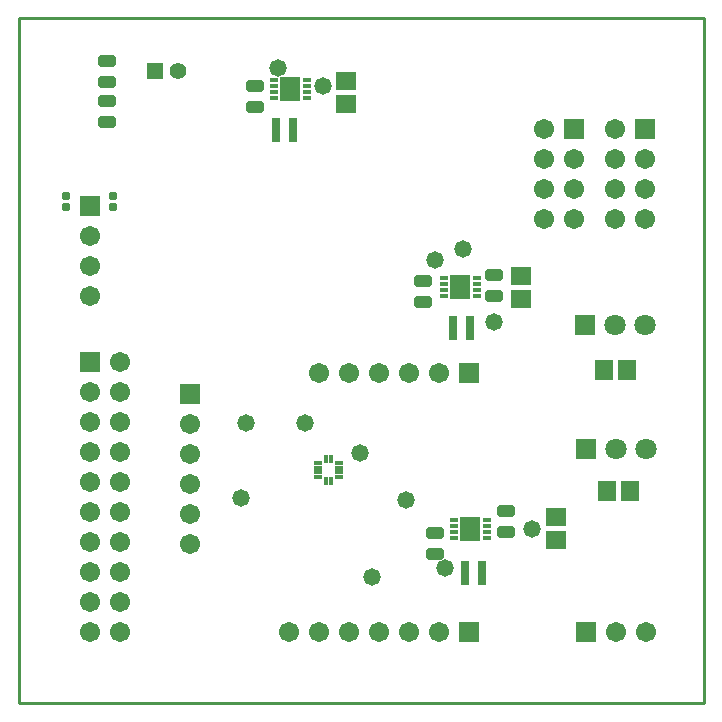
<source format=gts>
G04*
G04 #@! TF.GenerationSoftware,Altium Limited,Altium Designer,21.8.1 (53)*
G04*
G04 Layer_Color=8388736*
%FSLAX25Y25*%
%MOIN*%
G70*
G04*
G04 #@! TF.SameCoordinates,E4828392-D8D7-4BFE-BCB3-11F9E2D346FD*
G04*
G04*
G04 #@! TF.FilePolarity,Negative*
G04*
G01*
G75*
%ADD16C,0.01000*%
G04:AMPARAMS|DCode=17|XSize=59.18mil|YSize=37.92mil|CornerRadius=7.74mil|HoleSize=0mil|Usage=FLASHONLY|Rotation=180.000|XOffset=0mil|YOffset=0mil|HoleType=Round|Shape=RoundedRectangle|*
%AMROUNDEDRECTD17*
21,1,0.05918,0.02244,0,0,180.0*
21,1,0.04370,0.03792,0,0,180.0*
1,1,0.01548,-0.02185,0.01122*
1,1,0.01548,0.02185,0.01122*
1,1,0.01548,0.02185,-0.01122*
1,1,0.01548,-0.02185,-0.01122*
%
%ADD17ROUNDEDRECTD17*%
%ADD18R,0.06509X0.06115*%
%ADD19R,0.02756X0.07874*%
%ADD20R,0.06115X0.06509*%
G04:AMPARAMS|DCode=21|XSize=13.84mil|YSize=27.62mil|CornerRadius=3.97mil|HoleSize=0mil|Usage=FLASHONLY|Rotation=270.000|XOffset=0mil|YOffset=0mil|HoleType=Round|Shape=RoundedRectangle|*
%AMROUNDEDRECTD21*
21,1,0.01384,0.01968,0,0,270.0*
21,1,0.00591,0.02762,0,0,270.0*
1,1,0.00794,-0.00984,-0.00295*
1,1,0.00794,-0.00984,0.00295*
1,1,0.00794,0.00984,0.00295*
1,1,0.00794,0.00984,-0.00295*
%
%ADD21ROUNDEDRECTD21*%
G04:AMPARAMS|DCode=22|XSize=82.74mil|YSize=66.99mil|CornerRadius=3.89mil|HoleSize=0mil|Usage=FLASHONLY|Rotation=270.000|XOffset=0mil|YOffset=0mil|HoleType=Round|Shape=RoundedRectangle|*
%AMROUNDEDRECTD22*
21,1,0.08274,0.05921,0,0,270.0*
21,1,0.07496,0.06699,0,0,270.0*
1,1,0.00778,-0.02961,-0.03748*
1,1,0.00778,-0.02961,0.03748*
1,1,0.00778,0.02961,0.03748*
1,1,0.00778,0.02961,-0.03748*
%
%ADD22ROUNDEDRECTD22*%
G04:AMPARAMS|DCode=23|XSize=29.65mil|YSize=27.69mil|CornerRadius=6.46mil|HoleSize=0mil|Usage=FLASHONLY|Rotation=0.000|XOffset=0mil|YOffset=0mil|HoleType=Round|Shape=RoundedRectangle|*
%AMROUNDEDRECTD23*
21,1,0.02965,0.01476,0,0,0.0*
21,1,0.01673,0.02769,0,0,0.0*
1,1,0.01292,0.00837,-0.00738*
1,1,0.01292,-0.00837,-0.00738*
1,1,0.01292,-0.00837,0.00738*
1,1,0.01292,0.00837,0.00738*
%
%ADD23ROUNDEDRECTD23*%
G04:AMPARAMS|DCode=24|XSize=27.69mil|YSize=16.66mil|CornerRadius=5.08mil|HoleSize=0mil|Usage=FLASHONLY|Rotation=0.000|XOffset=0mil|YOffset=0mil|HoleType=Round|Shape=RoundedRectangle|*
%AMROUNDEDRECTD24*
21,1,0.02769,0.00650,0,0,0.0*
21,1,0.01752,0.01666,0,0,0.0*
1,1,0.01016,0.00876,-0.00325*
1,1,0.01016,-0.00876,-0.00325*
1,1,0.01016,-0.00876,0.00325*
1,1,0.01016,0.00876,0.00325*
%
%ADD24ROUNDEDRECTD24*%
G04:AMPARAMS|DCode=25|XSize=27.69mil|YSize=16.66mil|CornerRadius=5.08mil|HoleSize=0mil|Usage=FLASHONLY|Rotation=90.000|XOffset=0mil|YOffset=0mil|HoleType=Round|Shape=RoundedRectangle|*
%AMROUNDEDRECTD25*
21,1,0.02769,0.00650,0,0,90.0*
21,1,0.01752,0.01666,0,0,90.0*
1,1,0.01016,0.00325,0.00876*
1,1,0.01016,0.00325,-0.00876*
1,1,0.01016,-0.00325,-0.00876*
1,1,0.01016,-0.00325,0.00876*
%
%ADD25ROUNDEDRECTD25*%
%ADD26C,0.06706*%
%ADD27R,0.06706X0.06706*%
%ADD28C,0.07099*%
%ADD29R,0.07099X0.07099*%
%ADD30R,0.05524X0.05524*%
%ADD31C,0.05524*%
%ADD32R,0.06706X0.06706*%
%ADD33C,0.02769*%
%ADD34C,0.05800*%
D16*
X0Y0D02*
X228346D01*
X0Y228346D02*
X228346D01*
Y0D02*
Y228346D01*
X0Y0D02*
Y228346D01*
D17*
X158465Y142874D02*
D03*
Y135827D02*
D03*
X134843Y133858D02*
D03*
Y140905D02*
D03*
X138779Y49646D02*
D03*
Y56693D02*
D03*
X162401Y64134D02*
D03*
Y57087D02*
D03*
X78740Y198819D02*
D03*
Y205866D02*
D03*
X29528Y214134D02*
D03*
Y207087D02*
D03*
Y200787D02*
D03*
Y193740D02*
D03*
D18*
X167323Y142520D02*
D03*
Y134843D02*
D03*
X179134Y62008D02*
D03*
Y54331D02*
D03*
X109252Y207480D02*
D03*
Y199803D02*
D03*
D19*
X144685Y125000D02*
D03*
X150394D02*
D03*
X148622Y43307D02*
D03*
X154331D02*
D03*
X85728Y190945D02*
D03*
X91437D02*
D03*
D20*
X195079Y111221D02*
D03*
X202756D02*
D03*
X196063Y70866D02*
D03*
X203740D02*
D03*
D21*
X145079Y61024D02*
D03*
Y59055D02*
D03*
Y57087D02*
D03*
Y55118D02*
D03*
X156102D02*
D03*
Y57087D02*
D03*
Y59055D02*
D03*
Y61024D02*
D03*
X85039Y207677D02*
D03*
Y205709D02*
D03*
Y203740D02*
D03*
Y201772D02*
D03*
X96063D02*
D03*
Y203740D02*
D03*
Y205709D02*
D03*
Y207677D02*
D03*
X141732Y141732D02*
D03*
Y139764D02*
D03*
Y137795D02*
D03*
Y135827D02*
D03*
X152756D02*
D03*
Y137795D02*
D03*
Y139764D02*
D03*
Y141732D02*
D03*
D22*
X150591Y58071D02*
D03*
X90551Y204725D02*
D03*
X147244Y138779D02*
D03*
D23*
X31496Y165551D02*
D03*
Y169095D02*
D03*
X15748Y165551D02*
D03*
Y169095D02*
D03*
D24*
X106890Y80118D02*
D03*
Y78543D02*
D03*
Y76968D02*
D03*
Y75394D02*
D03*
X99803D02*
D03*
Y76968D02*
D03*
Y78543D02*
D03*
Y80118D02*
D03*
D25*
X102559Y81299D02*
D03*
X104134D02*
D03*
Y74213D02*
D03*
X102559D02*
D03*
D26*
X198661Y161417D02*
D03*
X208662D02*
D03*
X198661Y171417D02*
D03*
X208662D02*
D03*
X198661Y181417D02*
D03*
X208662D02*
D03*
X198661Y191417D02*
D03*
X33622Y113622D02*
D03*
X23622Y103622D02*
D03*
X33622D02*
D03*
X23622Y93622D02*
D03*
X33622D02*
D03*
X23622Y83622D02*
D03*
X33622D02*
D03*
X23622Y73622D02*
D03*
X33622D02*
D03*
X23622Y63622D02*
D03*
X33622D02*
D03*
X23622Y53622D02*
D03*
X33622D02*
D03*
X23622Y43622D02*
D03*
X33622D02*
D03*
X23622Y33622D02*
D03*
X33622D02*
D03*
X23622Y23622D02*
D03*
X33622D02*
D03*
X23622Y135827D02*
D03*
Y145827D02*
D03*
Y155827D02*
D03*
X140079Y110236D02*
D03*
X130079D02*
D03*
X120079D02*
D03*
X110079D02*
D03*
X100079D02*
D03*
X175039Y161417D02*
D03*
X185039D02*
D03*
X175039Y171417D02*
D03*
X185039D02*
D03*
X175039Y181417D02*
D03*
X185039D02*
D03*
X175039Y191417D02*
D03*
X90236Y23622D02*
D03*
X100236D02*
D03*
X110236D02*
D03*
X120236D02*
D03*
X140236D02*
D03*
X130236D02*
D03*
X198976D02*
D03*
X208976D02*
D03*
X57087Y93150D02*
D03*
Y83150D02*
D03*
Y73150D02*
D03*
Y63150D02*
D03*
Y53150D02*
D03*
D27*
X208662Y191417D02*
D03*
X23622Y113622D02*
D03*
Y165827D02*
D03*
X185039Y191417D02*
D03*
X57087Y103150D02*
D03*
D28*
X208662Y125984D02*
D03*
X198661D02*
D03*
X208976Y84646D02*
D03*
X198976D02*
D03*
D29*
X188662Y125984D02*
D03*
X188976Y84646D02*
D03*
D30*
X45276Y210630D02*
D03*
D31*
X53150D02*
D03*
D32*
X150079Y110236D02*
D03*
X150236Y23622D02*
D03*
X188976D02*
D03*
D33*
X148622Y58071D02*
D03*
X152559D02*
D03*
X150591Y60827D02*
D03*
Y55315D02*
D03*
X88583Y204725D02*
D03*
X92520D02*
D03*
X90551Y207480D02*
D03*
Y201969D02*
D03*
X145275Y138779D02*
D03*
X149213D02*
D03*
X147244Y141535D02*
D03*
Y136024D02*
D03*
D34*
X101378Y205709D02*
D03*
X86358Y211706D02*
D03*
X75787Y93504D02*
D03*
X95472D02*
D03*
X148150Y151510D02*
D03*
X158465Y126969D02*
D03*
X138779Y147638D02*
D03*
X128937Y67913D02*
D03*
X171260Y58071D02*
D03*
X117806Y42036D02*
D03*
X74206Y68356D02*
D03*
X142006Y45206D02*
D03*
X113706Y83356D02*
D03*
M02*

</source>
